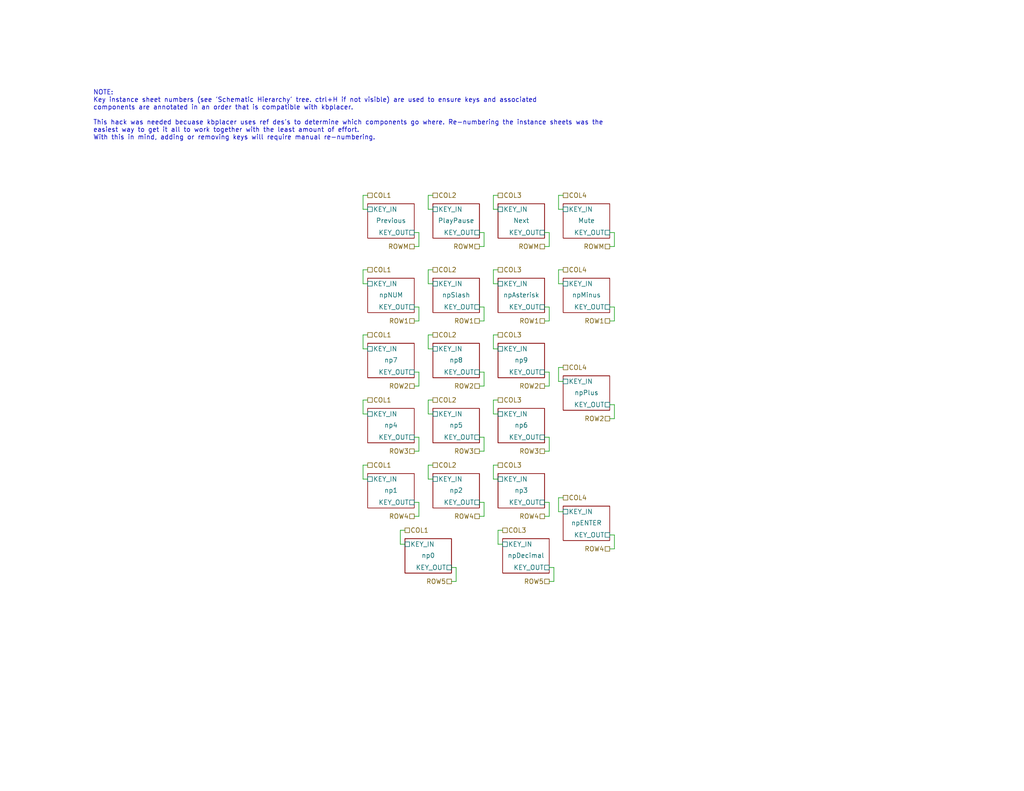
<source format=kicad_sch>
(kicad_sch
	(version 20250114)
	(generator "eeschema")
	(generator_version "9.0")
	(uuid "8769779b-8448-4c81-aa34-55e9d9d3b776")
	(paper "A")
	(lib_symbols)
	(text "NOTE:\nKey instance sheet numbers (see 'Schematic Hierarchy' tree. ctrl+H if not visible) are used to ensure keys and associated\ncomponents are annotated in an order that is compatible with kbplacer.\n\nThis hack was needed becuase kbplacer uses ref des's to determine which components go where. Re-numbering the instance sheets was the\neasiest way to get it all to work together with the least amount of effort.\nWith this in mind, adding or removing keys will require manual re-numbering."
		(exclude_from_sim no)
		(at 25.4 31.496 0)
		(effects
			(font
				(size 1.27 1.27)
			)
			(justify left)
		)
		(uuid "a2000e6a-a054-4083-934c-9c39e77dd2f9")
	)
	(wire
		(pts
			(xy 113.03 83.82) (xy 114.3 83.82)
		)
		(stroke
			(width 0)
			(type default)
		)
		(uuid "00989b3b-f71b-48dd-acd8-ef4629a57f87")
	)
	(wire
		(pts
			(xy 149.86 158.75) (xy 151.13 158.75)
		)
		(stroke
			(width 0)
			(type default)
		)
		(uuid "02bab4ce-99a0-41b2-9849-cb446f4459cc")
	)
	(wire
		(pts
			(xy 134.62 109.22) (xy 135.89 109.22)
		)
		(stroke
			(width 0)
			(type default)
		)
		(uuid "02c67c5a-0ebb-4c40-a538-3134e8173767")
	)
	(wire
		(pts
			(xy 152.4 57.15) (xy 152.4 53.34)
		)
		(stroke
			(width 0)
			(type default)
		)
		(uuid "02c83368-a02c-4a6b-ba44-f11eceabd559")
	)
	(wire
		(pts
			(xy 99.06 109.22) (xy 100.33 109.22)
		)
		(stroke
			(width 0)
			(type default)
		)
		(uuid "0446377a-3f06-4f4d-8c27-431ae575aaed")
	)
	(wire
		(pts
			(xy 152.4 139.7) (xy 152.4 135.89)
		)
		(stroke
			(width 0)
			(type default)
		)
		(uuid "052b787a-9605-462a-b7d0-36d2bc18178a")
	)
	(wire
		(pts
			(xy 99.06 95.25) (xy 99.06 91.44)
		)
		(stroke
			(width 0)
			(type default)
		)
		(uuid "055b2e27-a982-40cc-889c-5041c11293ce")
	)
	(wire
		(pts
			(xy 167.64 63.5) (xy 167.64 67.31)
		)
		(stroke
			(width 0)
			(type default)
		)
		(uuid "07eff223-f380-487b-adeb-c4ab34423caf")
	)
	(wire
		(pts
			(xy 166.37 63.5) (xy 167.64 63.5)
		)
		(stroke
			(width 0)
			(type default)
		)
		(uuid "09d5f2bd-96d2-467c-9488-0180b3264a77")
	)
	(wire
		(pts
			(xy 99.06 127) (xy 100.33 127)
		)
		(stroke
			(width 0)
			(type default)
		)
		(uuid "0a9358fe-c44d-49fb-96e5-8901524230b1")
	)
	(wire
		(pts
			(xy 166.37 67.31) (xy 167.64 67.31)
		)
		(stroke
			(width 0)
			(type default)
		)
		(uuid "0bde631e-1182-4e1b-a3dd-87daca1f9a6c")
	)
	(wire
		(pts
			(xy 149.86 119.38) (xy 149.86 123.19)
		)
		(stroke
			(width 0)
			(type default)
		)
		(uuid "0e1d6746-a794-4276-b16b-0bb39cf1a14d")
	)
	(wire
		(pts
			(xy 134.62 130.81) (xy 134.62 127)
		)
		(stroke
			(width 0)
			(type default)
		)
		(uuid "0e8409c3-8258-4221-babd-fb382bbe5366")
	)
	(wire
		(pts
			(xy 118.11 130.81) (xy 116.84 130.81)
		)
		(stroke
			(width 0)
			(type default)
		)
		(uuid "105f2825-66e0-48f8-8df2-2eaf5661cce7")
	)
	(wire
		(pts
			(xy 166.37 114.3) (xy 167.64 114.3)
		)
		(stroke
			(width 0)
			(type default)
		)
		(uuid "14b4297e-d94e-46ac-a2ed-bc55d15c23a0")
	)
	(wire
		(pts
			(xy 116.84 127) (xy 118.11 127)
		)
		(stroke
			(width 0)
			(type default)
		)
		(uuid "152d20db-b6e1-49be-8ec2-59bd2b7971ec")
	)
	(wire
		(pts
			(xy 124.46 154.94) (xy 124.46 158.75)
		)
		(stroke
			(width 0)
			(type default)
		)
		(uuid "16158a79-7023-40a4-97fe-b4b9d0e4e253")
	)
	(wire
		(pts
			(xy 114.3 119.38) (xy 114.3 123.19)
		)
		(stroke
			(width 0)
			(type default)
		)
		(uuid "18dce012-de31-4501-bd96-31e091ca780c")
	)
	(wire
		(pts
			(xy 153.67 139.7) (xy 152.4 139.7)
		)
		(stroke
			(width 0)
			(type default)
		)
		(uuid "1c4af473-f59c-4abc-8a8a-543d9906916b")
	)
	(wire
		(pts
			(xy 148.59 63.5) (xy 149.86 63.5)
		)
		(stroke
			(width 0)
			(type default)
		)
		(uuid "1ddbc14a-505a-451e-95d1-f08cebe4dfbe")
	)
	(wire
		(pts
			(xy 149.86 154.94) (xy 151.13 154.94)
		)
		(stroke
			(width 0)
			(type default)
		)
		(uuid "1e668d55-5e91-4847-9f99-ded557e96340")
	)
	(wire
		(pts
			(xy 148.59 119.38) (xy 149.86 119.38)
		)
		(stroke
			(width 0)
			(type default)
		)
		(uuid "1e6d6a53-a585-4656-b7eb-f4820a464aa8")
	)
	(wire
		(pts
			(xy 100.33 113.03) (xy 99.06 113.03)
		)
		(stroke
			(width 0)
			(type default)
		)
		(uuid "2245e812-0b62-4ece-823f-3fce027fc55a")
	)
	(wire
		(pts
			(xy 114.3 63.5) (xy 114.3 67.31)
		)
		(stroke
			(width 0)
			(type default)
		)
		(uuid "242e9a42-7ef7-4cc2-b5bd-cd36ec8d3a97")
	)
	(wire
		(pts
			(xy 151.13 154.94) (xy 151.13 158.75)
		)
		(stroke
			(width 0)
			(type default)
		)
		(uuid "2555843d-afcb-4f38-8bb7-67caf6df3504")
	)
	(wire
		(pts
			(xy 134.62 95.25) (xy 134.62 91.44)
		)
		(stroke
			(width 0)
			(type default)
		)
		(uuid "27bcf50f-e26a-472c-a220-c3f40cc9bb79")
	)
	(wire
		(pts
			(xy 152.4 53.34) (xy 153.67 53.34)
		)
		(stroke
			(width 0)
			(type default)
		)
		(uuid "2aa772fe-5f1b-4e3b-8751-f34c8a64ec84")
	)
	(wire
		(pts
			(xy 100.33 77.47) (xy 99.06 77.47)
		)
		(stroke
			(width 0)
			(type default)
		)
		(uuid "3085b899-724b-452a-93dd-adbe360baa37")
	)
	(wire
		(pts
			(xy 116.84 53.34) (xy 118.11 53.34)
		)
		(stroke
			(width 0)
			(type default)
		)
		(uuid "3230bc6d-efa1-4784-865e-e182194996d6")
	)
	(wire
		(pts
			(xy 123.19 154.94) (xy 124.46 154.94)
		)
		(stroke
			(width 0)
			(type default)
		)
		(uuid "3916d3dc-9175-48cf-aeb1-aeee2f1e40ce")
	)
	(wire
		(pts
			(xy 166.37 146.05) (xy 167.64 146.05)
		)
		(stroke
			(width 0)
			(type default)
		)
		(uuid "3efbc6e8-c0aa-49be-a4a6-20e598c493f2")
	)
	(wire
		(pts
			(xy 149.86 63.5) (xy 149.86 67.31)
		)
		(stroke
			(width 0)
			(type default)
		)
		(uuid "409d5272-2e25-444d-ab20-2237d56fd75e")
	)
	(wire
		(pts
			(xy 148.59 83.82) (xy 149.86 83.82)
		)
		(stroke
			(width 0)
			(type default)
		)
		(uuid "420aafed-e248-46f9-b70c-19b53f4dcf1d")
	)
	(wire
		(pts
			(xy 113.03 101.6) (xy 114.3 101.6)
		)
		(stroke
			(width 0)
			(type default)
		)
		(uuid "4350ccbe-4baf-4d1b-90bb-e61d9710144a")
	)
	(wire
		(pts
			(xy 113.03 137.16) (xy 114.3 137.16)
		)
		(stroke
			(width 0)
			(type default)
		)
		(uuid "44950887-29fa-4401-8490-91fddf652cb3")
	)
	(wire
		(pts
			(xy 135.89 57.15) (xy 134.62 57.15)
		)
		(stroke
			(width 0)
			(type default)
		)
		(uuid "4588a28c-96c5-49f8-826b-71b21e45555c")
	)
	(wire
		(pts
			(xy 99.06 113.03) (xy 99.06 109.22)
		)
		(stroke
			(width 0)
			(type default)
		)
		(uuid "47dfaa52-f90c-4ba1-9ec4-1a34af9a6b69")
	)
	(wire
		(pts
			(xy 130.81 83.82) (xy 132.08 83.82)
		)
		(stroke
			(width 0)
			(type default)
		)
		(uuid "4bda12e6-3b30-4103-824f-2978a18305ba")
	)
	(wire
		(pts
			(xy 116.84 77.47) (xy 116.84 73.66)
		)
		(stroke
			(width 0)
			(type default)
		)
		(uuid "4d763930-d67c-49a5-9997-16e2bd598675")
	)
	(wire
		(pts
			(xy 134.62 73.66) (xy 135.89 73.66)
		)
		(stroke
			(width 0)
			(type default)
		)
		(uuid "4e756324-831a-49d8-ac15-bf81727b8921")
	)
	(wire
		(pts
			(xy 113.03 63.5) (xy 114.3 63.5)
		)
		(stroke
			(width 0)
			(type default)
		)
		(uuid "4e8a811f-837d-4968-b93a-304ad8a431b0")
	)
	(wire
		(pts
			(xy 134.62 91.44) (xy 135.89 91.44)
		)
		(stroke
			(width 0)
			(type default)
		)
		(uuid "4e9e39e2-efba-410b-bc8a-373682f9b582")
	)
	(wire
		(pts
			(xy 134.62 53.34) (xy 135.89 53.34)
		)
		(stroke
			(width 0)
			(type default)
		)
		(uuid "51b2920d-3bd0-4755-98ff-ddc03934c0a9")
	)
	(wire
		(pts
			(xy 116.84 57.15) (xy 116.84 53.34)
		)
		(stroke
			(width 0)
			(type default)
		)
		(uuid "54cdf3a5-a89f-48c4-b431-8811de9047a2")
	)
	(wire
		(pts
			(xy 148.59 123.19) (xy 149.86 123.19)
		)
		(stroke
			(width 0)
			(type default)
		)
		(uuid "56cfb619-51f0-4cb0-bcdc-64a5aa954d4a")
	)
	(wire
		(pts
			(xy 130.81 87.63) (xy 132.08 87.63)
		)
		(stroke
			(width 0)
			(type default)
		)
		(uuid "56ddad44-1bfb-412c-8799-4d0116bc0534")
	)
	(wire
		(pts
			(xy 166.37 83.82) (xy 167.64 83.82)
		)
		(stroke
			(width 0)
			(type default)
		)
		(uuid "57f6be8f-3b28-494e-b64b-635ccae6a362")
	)
	(wire
		(pts
			(xy 113.03 105.41) (xy 114.3 105.41)
		)
		(stroke
			(width 0)
			(type default)
		)
		(uuid "59526a76-88c2-42d8-aac1-2fa95e1cd4cb")
	)
	(wire
		(pts
			(xy 99.06 91.44) (xy 100.33 91.44)
		)
		(stroke
			(width 0)
			(type default)
		)
		(uuid "5c29d0ca-8dbc-4439-84bf-7def00335c1a")
	)
	(wire
		(pts
			(xy 132.08 63.5) (xy 132.08 67.31)
		)
		(stroke
			(width 0)
			(type default)
		)
		(uuid "5c3e57a1-a663-4546-8905-d17c9f9d713a")
	)
	(wire
		(pts
			(xy 132.08 137.16) (xy 132.08 140.97)
		)
		(stroke
			(width 0)
			(type default)
		)
		(uuid "5fb5010b-0b39-491a-9c05-dc0e30e3affc")
	)
	(wire
		(pts
			(xy 130.81 63.5) (xy 132.08 63.5)
		)
		(stroke
			(width 0)
			(type default)
		)
		(uuid "67caf02d-a733-4877-9bbb-c94a1944f1ff")
	)
	(wire
		(pts
			(xy 130.81 101.6) (xy 132.08 101.6)
		)
		(stroke
			(width 0)
			(type default)
		)
		(uuid "68010075-611f-4cb2-98bd-c41fdd102e14")
	)
	(wire
		(pts
			(xy 113.03 67.31) (xy 114.3 67.31)
		)
		(stroke
			(width 0)
			(type default)
		)
		(uuid "6a8bbe24-6faa-4cf3-84a0-1da8b3ab6688")
	)
	(wire
		(pts
			(xy 130.81 137.16) (xy 132.08 137.16)
		)
		(stroke
			(width 0)
			(type default)
		)
		(uuid "6d879054-c490-4c19-81f0-19eabeab5d6e")
	)
	(wire
		(pts
			(xy 148.59 87.63) (xy 149.86 87.63)
		)
		(stroke
			(width 0)
			(type default)
		)
		(uuid "70a39cdb-1d4d-4e5b-89c2-9bd36c734839")
	)
	(wire
		(pts
			(xy 118.11 113.03) (xy 116.84 113.03)
		)
		(stroke
			(width 0)
			(type default)
		)
		(uuid "746dcfbc-15a8-4ebf-a3d3-72498b292c27")
	)
	(wire
		(pts
			(xy 132.08 119.38) (xy 132.08 123.19)
		)
		(stroke
			(width 0)
			(type default)
		)
		(uuid "78d2b91c-1cc5-48c8-8a11-d80a2533a255")
	)
	(wire
		(pts
			(xy 130.81 123.19) (xy 132.08 123.19)
		)
		(stroke
			(width 0)
			(type default)
		)
		(uuid "79830c8b-7a78-47b0-bdde-cdfbef05d529")
	)
	(wire
		(pts
			(xy 114.3 137.16) (xy 114.3 140.97)
		)
		(stroke
			(width 0)
			(type default)
		)
		(uuid "79e16c04-9663-4d6e-a542-508f4bbd8692")
	)
	(wire
		(pts
			(xy 167.64 146.05) (xy 167.64 149.86)
		)
		(stroke
			(width 0)
			(type default)
		)
		(uuid "7a8d5bc1-c8b7-4c02-9328-0ac7bb92ef14")
	)
	(wire
		(pts
			(xy 118.11 77.47) (xy 116.84 77.47)
		)
		(stroke
			(width 0)
			(type default)
		)
		(uuid "7c869819-6e4f-4fc9-a168-380be034c3dc")
	)
	(wire
		(pts
			(xy 152.4 104.14) (xy 152.4 100.33)
		)
		(stroke
			(width 0)
			(type default)
		)
		(uuid "7cfe9ad4-ffa6-4aa7-a847-520388dbdb32")
	)
	(wire
		(pts
			(xy 135.89 130.81) (xy 134.62 130.81)
		)
		(stroke
			(width 0)
			(type default)
		)
		(uuid "8112ddd4-1ae3-4b38-90c4-1a8654fb48da")
	)
	(wire
		(pts
			(xy 149.86 137.16) (xy 149.86 140.97)
		)
		(stroke
			(width 0)
			(type default)
		)
		(uuid "852ba791-8c05-4938-ae54-7dad43dba7ca")
	)
	(wire
		(pts
			(xy 109.22 144.78) (xy 110.49 144.78)
		)
		(stroke
			(width 0)
			(type default)
		)
		(uuid "858fb43b-b973-4241-b00e-20ddf92a6840")
	)
	(wire
		(pts
			(xy 116.84 73.66) (xy 118.11 73.66)
		)
		(stroke
			(width 0)
			(type default)
		)
		(uuid "8d815cbe-1a33-4d2b-879f-b8d303c7d8b6")
	)
	(wire
		(pts
			(xy 114.3 83.82) (xy 114.3 87.63)
		)
		(stroke
			(width 0)
			(type default)
		)
		(uuid "8fae6de2-1add-4710-8841-f57f77905e9c")
	)
	(wire
		(pts
			(xy 99.06 77.47) (xy 99.06 73.66)
		)
		(stroke
			(width 0)
			(type default)
		)
		(uuid "96ad8d7c-838d-4c47-869a-5329586b7e7f")
	)
	(wire
		(pts
			(xy 134.62 127) (xy 135.89 127)
		)
		(stroke
			(width 0)
			(type default)
		)
		(uuid "9cb00965-19dc-4dd4-8364-5fd4c432dcb9")
	)
	(wire
		(pts
			(xy 113.03 119.38) (xy 114.3 119.38)
		)
		(stroke
			(width 0)
			(type default)
		)
		(uuid "9ccf5e07-3edd-4224-b857-a352f91f4b4a")
	)
	(wire
		(pts
			(xy 99.06 57.15) (xy 99.06 53.34)
		)
		(stroke
			(width 0)
			(type default)
		)
		(uuid "9daeb4a4-8845-4e24-a5c2-53adb301ccc9")
	)
	(wire
		(pts
			(xy 148.59 137.16) (xy 149.86 137.16)
		)
		(stroke
			(width 0)
			(type default)
		)
		(uuid "a2515b17-b352-4c7b-afe5-188a6309594b")
	)
	(wire
		(pts
			(xy 130.81 105.41) (xy 132.08 105.41)
		)
		(stroke
			(width 0)
			(type default)
		)
		(uuid "a3ea4bfa-19ca-497a-bedb-f561098f39ea")
	)
	(wire
		(pts
			(xy 153.67 77.47) (xy 152.4 77.47)
		)
		(stroke
			(width 0)
			(type default)
		)
		(uuid "a402fac9-4333-47d2-a852-ff562ac96549")
	)
	(wire
		(pts
			(xy 130.81 67.31) (xy 132.08 67.31)
		)
		(stroke
			(width 0)
			(type default)
		)
		(uuid "a41e1774-506e-4437-b2f3-66c5ed8ec7d3")
	)
	(wire
		(pts
			(xy 135.89 113.03) (xy 134.62 113.03)
		)
		(stroke
			(width 0)
			(type default)
		)
		(uuid "a4af3fc3-b30a-4b1a-9546-7186cd288ae6")
	)
	(wire
		(pts
			(xy 123.19 158.75) (xy 124.46 158.75)
		)
		(stroke
			(width 0)
			(type default)
		)
		(uuid "a52f3362-69c9-4981-8362-e6aee49926d6")
	)
	(wire
		(pts
			(xy 100.33 130.81) (xy 99.06 130.81)
		)
		(stroke
			(width 0)
			(type default)
		)
		(uuid "a5573a5a-1ac3-421b-b140-54d9a462173a")
	)
	(wire
		(pts
			(xy 134.62 57.15) (xy 134.62 53.34)
		)
		(stroke
			(width 0)
			(type default)
		)
		(uuid "a72c77c1-d42d-49f5-be98-1b458aa7cf75")
	)
	(wire
		(pts
			(xy 113.03 123.19) (xy 114.3 123.19)
		)
		(stroke
			(width 0)
			(type default)
		)
		(uuid "a7e48c89-0eb6-4240-a9af-6238b63e638a")
	)
	(wire
		(pts
			(xy 116.84 95.25) (xy 116.84 91.44)
		)
		(stroke
			(width 0)
			(type default)
		)
		(uuid "aa4be3be-28b3-402b-bf1c-ae18bf6c68ba")
	)
	(wire
		(pts
			(xy 149.86 83.82) (xy 149.86 87.63)
		)
		(stroke
			(width 0)
			(type default)
		)
		(uuid "ad98978a-17f0-4e16-a32c-b5d58c44a368")
	)
	(wire
		(pts
			(xy 116.84 130.81) (xy 116.84 127)
		)
		(stroke
			(width 0)
			(type default)
		)
		(uuid "ae5855ed-497b-4746-ae69-76c9d3be1312")
	)
	(wire
		(pts
			(xy 166.37 110.49) (xy 167.64 110.49)
		)
		(stroke
			(width 0)
			(type default)
		)
		(uuid "aee7d424-709f-4af6-8c84-ddd5ed043e45")
	)
	(wire
		(pts
			(xy 148.59 67.31) (xy 149.86 67.31)
		)
		(stroke
			(width 0)
			(type default)
		)
		(uuid "afa2a577-b5ff-449a-8aee-194c87890e87")
	)
	(wire
		(pts
			(xy 152.4 100.33) (xy 153.67 100.33)
		)
		(stroke
			(width 0)
			(type default)
		)
		(uuid "b0946047-6bc9-41db-bb87-7591100a7a2b")
	)
	(wire
		(pts
			(xy 132.08 101.6) (xy 132.08 105.41)
		)
		(stroke
			(width 0)
			(type default)
		)
		(uuid "b0aa5ee6-4569-4982-b43d-69be577d2370")
	)
	(wire
		(pts
			(xy 135.89 77.47) (xy 134.62 77.47)
		)
		(stroke
			(width 0)
			(type default)
		)
		(uuid "b54e7860-520b-4ec2-a247-9d853a0a39c3")
	)
	(wire
		(pts
			(xy 148.59 101.6) (xy 149.86 101.6)
		)
		(stroke
			(width 0)
			(type default)
		)
		(uuid "b5d8af4e-8911-4027-95e4-2183388798bb")
	)
	(wire
		(pts
			(xy 130.81 119.38) (xy 132.08 119.38)
		)
		(stroke
			(width 0)
			(type default)
		)
		(uuid "b6f93256-f974-4f54-b551-107b821dc0e4")
	)
	(wire
		(pts
			(xy 152.4 135.89) (xy 153.67 135.89)
		)
		(stroke
			(width 0)
			(type default)
		)
		(uuid "b7992b3d-c0f7-4808-a3ae-5508b5cd0834")
	)
	(wire
		(pts
			(xy 100.33 95.25) (xy 99.06 95.25)
		)
		(stroke
			(width 0)
			(type default)
		)
		(uuid "b82f30c6-0118-4aa3-82e2-d39596fa73c6")
	)
	(wire
		(pts
			(xy 167.64 83.82) (xy 167.64 87.63)
		)
		(stroke
			(width 0)
			(type default)
		)
		(uuid "bec6dd45-0959-427a-aff3-141875747207")
	)
	(wire
		(pts
			(xy 167.64 110.49) (xy 167.64 114.3)
		)
		(stroke
			(width 0)
			(type default)
		)
		(uuid "c0d1343c-dc22-4e68-a679-e958cba4908d")
	)
	(wire
		(pts
			(xy 166.37 149.86) (xy 167.64 149.86)
		)
		(stroke
			(width 0)
			(type default)
		)
		(uuid "ca017876-9bae-406c-8ca2-5be6d368aa81")
	)
	(wire
		(pts
			(xy 100.33 57.15) (xy 99.06 57.15)
		)
		(stroke
			(width 0)
			(type default)
		)
		(uuid "cb1d3ac6-122b-4b43-89ba-348542af04d0")
	)
	(wire
		(pts
			(xy 166.37 87.63) (xy 167.64 87.63)
		)
		(stroke
			(width 0)
			(type default)
		)
		(uuid "cd6c6591-a13c-440d-82d2-5b88dc91fa53")
	)
	(wire
		(pts
			(xy 113.03 140.97) (xy 114.3 140.97)
		)
		(stroke
			(width 0)
			(type default)
		)
		(uuid "d111f02f-d955-4651-963e-8ec169704916")
	)
	(wire
		(pts
			(xy 153.67 104.14) (xy 152.4 104.14)
		)
		(stroke
			(width 0)
			(type default)
		)
		(uuid "d271112b-5583-44d4-a5d1-2bf7bac9f1b6")
	)
	(wire
		(pts
			(xy 99.06 130.81) (xy 99.06 127)
		)
		(stroke
			(width 0)
			(type default)
		)
		(uuid "d38b9a64-987f-40a8-ad30-591c82561110")
	)
	(wire
		(pts
			(xy 114.3 101.6) (xy 114.3 105.41)
		)
		(stroke
			(width 0)
			(type default)
		)
		(uuid "d63eb0ac-036c-46b7-bdff-9368af34f71c")
	)
	(wire
		(pts
			(xy 134.62 77.47) (xy 134.62 73.66)
		)
		(stroke
			(width 0)
			(type default)
		)
		(uuid "d8510b1e-900d-422e-8b1a-3c5cccab0e42")
	)
	(wire
		(pts
			(xy 116.84 113.03) (xy 116.84 109.22)
		)
		(stroke
			(width 0)
			(type default)
		)
		(uuid "d9ed34dc-cf85-44ec-9ed4-10d9907b1f5c")
	)
	(wire
		(pts
			(xy 152.4 73.66) (xy 153.67 73.66)
		)
		(stroke
			(width 0)
			(type default)
		)
		(uuid "de3047c4-2e01-4b34-aa31-4475c9fd6916")
	)
	(wire
		(pts
			(xy 118.11 57.15) (xy 116.84 57.15)
		)
		(stroke
			(width 0)
			(type default)
		)
		(uuid "de8aeaae-27a9-4d10-8a1d-d76e4b86c39d")
	)
	(wire
		(pts
			(xy 135.89 95.25) (xy 134.62 95.25)
		)
		(stroke
			(width 0)
			(type default)
		)
		(uuid "dff35e62-8904-432f-ab8a-467f5463f532")
	)
	(wire
		(pts
			(xy 130.81 140.97) (xy 132.08 140.97)
		)
		(stroke
			(width 0)
			(type default)
		)
		(uuid "e01debe6-8340-4cae-bd10-929557177e1d")
	)
	(wire
		(pts
			(xy 116.84 109.22) (xy 118.11 109.22)
		)
		(stroke
			(width 0)
			(type default)
		)
		(uuid "e0429c62-4b68-416e-96fe-2d9752c2141a")
	)
	(wire
		(pts
			(xy 110.49 148.59) (xy 109.22 148.59)
		)
		(stroke
			(width 0)
			(type default)
		)
		(uuid "e06939ba-2a5c-4343-8655-007b1b0e3a3c")
	)
	(wire
		(pts
			(xy 137.16 148.59) (xy 135.89 148.59)
		)
		(stroke
			(width 0)
			(type default)
		)
		(uuid "e7227f0e-b4b4-4f1b-88a1-8b1b54e62de4")
	)
	(wire
		(pts
			(xy 152.4 77.47) (xy 152.4 73.66)
		)
		(stroke
			(width 0)
			(type default)
		)
		(uuid "e7aee89a-aa9b-4a06-b2cd-c741e270425f")
	)
	(wire
		(pts
			(xy 113.03 87.63) (xy 114.3 87.63)
		)
		(stroke
			(width 0)
			(type default)
		)
		(uuid "ea365d45-cd9e-4243-994d-5d9e514b11ed")
	)
	(wire
		(pts
			(xy 135.89 144.78) (xy 137.16 144.78)
		)
		(stroke
			(width 0)
			(type default)
		)
		(uuid "ec2e49e1-9b81-445e-9bf5-7a8a007ae646")
	)
	(wire
		(pts
			(xy 134.62 113.03) (xy 134.62 109.22)
		)
		(stroke
			(width 0)
			(type default)
		)
		(uuid "ed7f4fd6-92ff-4845-934c-255e31f47cfb")
	)
	(wire
		(pts
			(xy 153.67 57.15) (xy 152.4 57.15)
		)
		(stroke
			(width 0)
			(type default)
		)
		(uuid "f200e13a-4cf7-4fef-89a8-abbcede93355")
	)
	(wire
		(pts
			(xy 149.86 101.6) (xy 149.86 105.41)
		)
		(stroke
			(width 0)
			(type default)
		)
		(uuid "f3490e73-6158-4d45-a434-08615b27fd89")
	)
	(wire
		(pts
			(xy 132.08 83.82) (xy 132.08 87.63)
		)
		(stroke
			(width 0)
			(type default)
		)
		(uuid "f49aeae8-d378-4a1f-8db4-319133322510")
	)
	(wire
		(pts
			(xy 148.59 140.97) (xy 149.86 140.97)
		)
		(stroke
			(width 0)
			(type default)
		)
		(uuid "f511e76f-9da3-43bb-aa7e-0485608c354b")
	)
	(wire
		(pts
			(xy 148.59 105.41) (xy 149.86 105.41)
		)
		(stroke
			(width 0)
			(type default)
		)
		(uuid "f5e5db32-6c66-42bb-b701-a1956342945d")
	)
	(wire
		(pts
			(xy 109.22 148.59) (xy 109.22 144.78)
		)
		(stroke
			(width 0)
			(type default)
		)
		(uuid "f5f885fb-0b13-4dd9-86b2-2237d7ba91e6")
	)
	(wire
		(pts
			(xy 99.06 53.34) (xy 100.33 53.34)
		)
		(stroke
			(width 0)
			(type default)
		)
		(uuid "f67b2ccd-30dc-49e4-b0dc-6aedc5f811f3")
	)
	(wire
		(pts
			(xy 118.11 95.25) (xy 116.84 95.25)
		)
		(stroke
			(width 0)
			(type default)
		)
		(uuid "f8e7e0c4-b73d-4799-8c51-bbcfa4b3a1c8")
	)
	(wire
		(pts
			(xy 116.84 91.44) (xy 118.11 91.44)
		)
		(stroke
			(width 0)
			(type default)
		)
		(uuid "fb8c3b09-ed33-49d0-85ce-02dbc0dccc8e")
	)
	(wire
		(pts
			(xy 135.89 148.59) (xy 135.89 144.78)
		)
		(stroke
			(width 0)
			(type default)
		)
		(uuid "fbcfbb5a-0a85-4f52-9e08-bc5183984dfc")
	)
	(wire
		(pts
			(xy 99.06 73.66) (xy 100.33 73.66)
		)
		(stroke
			(width 0)
			(type default)
		)
		(uuid "fd971b6f-0b98-4461-8355-7384db4ccc89")
	)
	(hierarchical_label "COL2"
		(shape passive)
		(at 118.11 109.22 0)
		(effects
			(font
				(size 1.27 1.27)
			)
			(justify left)
		)
		(uuid "00064b26-3800-47c9-8bb5-c76c3baccedd")
	)
	(hierarchical_label "ROW1"
		(shape passive)
		(at 166.37 87.63 180)
		(effects
			(font
				(size 1.27 1.27)
			)
			(justify right)
		)
		(uuid "155c54c4-e47a-48c8-aa01-a9d407db38b5")
	)
	(hierarchical_label "COL4"
		(shape passive)
		(at 153.67 135.89 0)
		(effects
			(font
				(size 1.27 1.27)
			)
			(justify left)
		)
		(uuid "208ca8cc-d615-4b9d-b8e4-da9dc8632178")
	)
	(hierarchical_label "COL3"
		(shape passive)
		(at 135.89 91.44 0)
		(effects
			(font
				(size 1.27 1.27)
			)
			(justify left)
		)
		(uuid "224405b3-ba77-4114-a44e-36de3a429605")
	)
	(hierarchical_label "ROW5"
		(shape passive)
		(at 123.19 158.75 180)
		(effects
			(font
				(size 1.27 1.27)
			)
			(justify right)
		)
		(uuid "238b4873-199a-429d-b4d6-133bda9f94dd")
	)
	(hierarchical_label "COL1"
		(shape passive)
		(at 100.33 73.66 0)
		(effects
			(font
				(size 1.27 1.27)
			)
			(justify left)
		)
		(uuid "2f21a60a-00e7-4877-9159-19addf4b8606")
	)
	(hierarchical_label "ROW4"
		(shape passive)
		(at 113.03 140.97 180)
		(effects
			(font
				(size 1.27 1.27)
			)
			(justify right)
		)
		(uuid "3395061b-5944-4046-9afd-9f1d843b9555")
	)
	(hierarchical_label "ROW4"
		(shape passive)
		(at 148.59 140.97 180)
		(effects
			(font
				(size 1.27 1.27)
			)
			(justify right)
		)
		(uuid "3996ec13-844f-4c99-b443-20e85a76c92d")
	)
	(hierarchical_label "ROWM"
		(shape passive)
		(at 130.81 67.31 180)
		(effects
			(font
				(size 1.27 1.27)
			)
			(justify right)
		)
		(uuid "4fc35881-2186-42b7-992b-ba1b1812d78b")
	)
	(hierarchical_label "COL4"
		(shape passive)
		(at 153.67 73.66 0)
		(effects
			(font
				(size 1.27 1.27)
			)
			(justify left)
		)
		(uuid "509c8549-0da8-4fc3-b223-361dfe0b9c7d")
	)
	(hierarchical_label "ROW5"
		(shape passive)
		(at 149.86 158.75 180)
		(effects
			(font
				(size 1.27 1.27)
			)
			(justify right)
		)
		(uuid "51985ef9-223b-4218-a0e9-ff930ee33195")
	)
	(hierarchical_label "ROW3"
		(shape passive)
		(at 148.59 123.19 180)
		(effects
			(font
				(size 1.27 1.27)
			)
			(justify right)
		)
		(uuid "56a22fef-5680-491a-a0c7-b8d7ba136820")
	)
	(hierarchical_label "ROW2"
		(shape passive)
		(at 148.59 105.41 180)
		(effects
			(font
				(size 1.27 1.27)
			)
			(justify right)
		)
		(uuid "58d627da-7fb3-45a1-a4a8-b6d782e5eeea")
	)
	(hierarchical_label "COL3"
		(shape passive)
		(at 137.16 144.78 0)
		(effects
			(font
				(size 1.27 1.27)
			)
			(justify left)
		)
		(uuid "5a97a16f-f3d4-4612-95a2-37120ee01c4f")
	)
	(hierarchical_label "ROW3"
		(shape passive)
		(at 113.03 123.19 180)
		(effects
			(font
				(size 1.27 1.27)
			)
			(justify right)
		)
		(uuid "5f9095c7-91a6-4713-b248-86a7a20969b1")
	)
	(hierarchical_label "ROW2"
		(shape passive)
		(at 113.03 105.41 180)
		(effects
			(font
				(size 1.27 1.27)
			)
			(justify right)
		)
		(uuid "62e6bd8c-8385-495d-88de-e79a56e92173")
	)
	(hierarchical_label "COL1"
		(shape passive)
		(at 100.33 109.22 0)
		(effects
			(font
				(size 1.27 1.27)
			)
			(justify left)
		)
		(uuid "6746cf38-b0ae-40f3-8e99-fa7c259f863c")
	)
	(hierarchical_label "COL1"
		(shape passive)
		(at 100.33 127 0)
		(effects
			(font
				(size 1.27 1.27)
			)
			(justify left)
		)
		(uuid "693203b6-5274-4440-b81d-5f54bbe149e4")
	)
	(hierarchical_label "COL2"
		(shape passive)
		(at 118.11 73.66 0)
		(effects
			(font
				(size 1.27 1.27)
			)
			(justify left)
		)
		(uuid "7c09a9e2-3afc-4335-bcb8-3837d990f09d")
	)
	(hierarchical_label "COL3"
		(shape passive)
		(at 135.89 109.22 0)
		(effects
			(font
				(size 1.27 1.27)
			)
			(justify left)
		)
		(uuid "7dd33790-bf64-4f75-9d90-b61f2617f7e5")
	)
	(hierarchical_label "ROW4"
		(shape passive)
		(at 166.37 149.86 180)
		(effects
			(font
				(size 1.27 1.27)
			)
			(justify right)
		)
		(uuid "8533b6c0-93df-4ae9-ae2c-5956843ed086")
	)
	(hierarchical_label "ROW1"
		(shape passive)
		(at 113.03 87.63 180)
		(effects
			(font
				(size 1.27 1.27)
			)
			(justify right)
		)
		(uuid "88530987-8be9-4dd9-8254-9dcc5e8ffc7b")
	)
	(hierarchical_label "COL4"
		(shape passive)
		(at 153.67 100.33 0)
		(effects
			(font
				(size 1.27 1.27)
			)
			(justify left)
		)
		(uuid "8b97056e-b214-4263-a439-b73523c32941")
	)
	(hierarchical_label "ROWM"
		(shape passive)
		(at 148.59 67.31 180)
		(effects
			(font
				(size 1.27 1.27)
			)
			(justify right)
		)
		(uuid "9915392d-5f5f-4272-841c-8a0ef576f0ec")
	)
	(hierarchical_label "ROW1"
		(shape passive)
		(at 130.81 87.63 180)
		(effects
			(font
				(size 1.27 1.27)
			)
			(justify right)
		)
		(uuid "9a63a037-5cc0-470a-bfe1-95cda542e5d1")
	)
	(hierarchical_label "ROW2"
		(shape passive)
		(at 130.81 105.41 180)
		(effects
			(font
				(size 1.27 1.27)
			)
			(justify right)
		)
		(uuid "9a78cecc-69c9-4933-8431-b25f86970eea")
	)
	(hierarchical_label "COL2"
		(shape passive)
		(at 118.11 91.44 0)
		(effects
			(font
				(size 1.27 1.27)
			)
			(justify left)
		)
		(uuid "9e253a59-e120-4e7a-975c-8085dc9e846a")
	)
	(hierarchical_label "COL2"
		(shape passive)
		(at 118.11 127 0)
		(effects
			(font
				(size 1.27 1.27)
			)
			(justify left)
		)
		(uuid "a12a76ab-3cb8-4c11-809f-64eb961d2b18")
	)
	(hierarchical_label "COL2"
		(shape passive)
		(at 118.11 53.34 0)
		(effects
			(font
				(size 1.27 1.27)
			)
			(justify left)
		)
		(uuid "a8a5800f-bcc0-4049-bf95-3ec7471d28e2")
	)
	(hierarchical_label "COL1"
		(shape passive)
		(at 100.33 53.34 0)
		(effects
			(font
				(size 1.27 1.27)
			)
			(justify left)
		)
		(uuid "b06a7df8-36b8-4cef-ae14-88cbc7376c90")
	)
	(hierarchical_label "COL3"
		(shape passive)
		(at 135.89 73.66 0)
		(effects
			(font
				(size 1.27 1.27)
			)
			(justify left)
		)
		(uuid "b210a441-90fa-4d50-81d5-196d9927cbd6")
	)
	(hierarchical_label "ROW1"
		(shape passive)
		(at 148.59 87.63 180)
		(effects
			(font
				(size 1.27 1.27)
			)
			(justify right)
		)
		(uuid "bcd53bc2-78c9-4812-b1dc-e1af01e75304")
	)
	(hierarchical_label "COL3"
		(shape passive)
		(at 135.89 127 0)
		(effects
			(font
				(size 1.27 1.27)
			)
			(justify left)
		)
		(uuid "c68b80be-6629-408c-8d24-2c234a38c4ed")
	)
	(hierarchical_label "COL3"
		(shape passive)
		(at 135.89 53.34 0)
		(effects
			(font
				(size 1.27 1.27)
			)
			(justify left)
		)
		(uuid "ce4f87fa-6641-4cb4-8748-0da894c3e5d5")
	)
	(hierarchical_label "COL1"
		(shape passive)
		(at 110.49 144.78 0)
		(effects
			(font
				(size 1.27 1.27)
			)
			(justify left)
		)
		(uuid "cf362138-5286-42f4-bb01-8cb91e022ec4")
	)
	(hierarchical_label "ROWM"
		(shape passive)
		(at 113.03 67.31 180)
		(effects
			(font
				(size 1.27 1.27)
			)
			(justify right)
		)
		(uuid "cfc149a4-7ad0-4c54-9fbb-78eadec79e5d")
	)
	(hierarchical_label "ROWM"
		(shape passive)
		(at 166.37 67.31 180)
		(effects
			(font
				(size 1.27 1.27)
			)
			(justify right)
		)
		(uuid "d2ef0efc-5f29-401d-95fd-19b85238225c")
	)
	(hierarchical_label "COL1"
		(shape passive)
		(at 100.33 91.44 0)
		(effects
			(font
				(size 1.27 1.27)
			)
			(justify left)
		)
		(uuid "d6ae64da-9fd5-4e09-b772-dc727f72064f")
	)
	(hierarchical_label "COL4"
		(shape passive)
		(at 153.67 53.34 0)
		(effects
			(font
				(size 1.27 1.27)
			)
			(justify left)
		)
		(uuid "dd246ea2-918c-4dee-94cb-9eeb4e6fc4d0")
	)
	(hierarchical_label "ROW2"
		(shape passive)
		(at 166.37 114.3 180)
		(effects
			(font
				(size 1.27 1.27)
			)
			(justify right)
		)
		(uuid "e13a7705-c0de-45cf-8bcc-77be66f783d4")
	)
	(hierarchical_label "ROW4"
		(shape passive)
		(at 130.81 140.97 180)
		(effects
			(font
				(size 1.27 1.27)
			)
			(justify right)
		)
		(uuid "f0a87080-f7c9-498d-985b-e7c94829fe37")
	)
	(hierarchical_label "ROW3"
		(shape passive)
		(at 130.81 123.19 180)
		(effects
			(font
				(size 1.27 1.27)
			)
			(justify right)
		)
		(uuid "f2085ca6-f025-41b5-8421-377b1856df1c")
	)
	(sheet
		(at 100.33 75.946)
		(size 12.7 9.398)
		(exclude_from_sim no)
		(in_bom yes)
		(on_board yes)
		(dnp no)
		(stroke
			(width 0.1524)
			(type solid)
		)
		(fill
			(color 0 0 0 0.0000)
		)
		(uuid "0b15c55a-ec07-4bce-a3e3-51fe2084c62d")
		(property "Sheetname" "npNUM"
			(at 106.68 81.28 0)
			(effects
				(font
					(size 1.27 1.27)
				)
				(justify bottom)
			)
		)
		(property "Sheetfile" "key.kicad_sch"
			(at 100.33 87.9606 0)
			(effects
				(font
					(size 1.27 1.27)
				)
				(justify left top)
				(hide yes)
			)
		)
		(pin "KEY_IN" passive
			(at 100.33 77.47 180)
			(uuid "4fdfba33-78bf-43ef-b2c7-9c76ba68c92a")
			(effects
				(font
					(size 1.27 1.27)
				)
				(justify left)
			)
		)
		(pin "KEY_OUT" passive
			(at 113.03 83.82 0)
			(uuid "e77a96c4-af6b-4d3d-87cc-b24dc681875a")
			(effects
				(font
					(size 1.27 1.27)
				)
				(justify right)
			)
		)
		(instances
			(project ""
				(path "/e04399ab-64f4-4bd2-9c64-ad9a16789924"
					(page "#")
				)
			)
			(project "dev-board"
				(path "/ef112b03-6536-453f-8127-17d1495b48aa/e04399ab-64f4-4bd2-9c64-ad9a16789924"
					(page "2")
				)
			)
		)
	)
	(sheet
		(at 135.89 111.506)
		(size 12.7 9.398)
		(exclude_from_sim no)
		(in_bom yes)
		(on_board yes)
		(dnp no)
		(stroke
			(width 0.1524)
			(type solid)
		)
		(fill
			(color 0 0 0 0.0000)
		)
		(uuid "16aaabb2-4c91-4ec1-9c9c-1ad00fe6ffa7")
		(property "Sheetname" "np6"
			(at 142.24 116.84 0)
			(effects
				(font
					(size 1.27 1.27)
				)
				(justify bottom)
			)
		)
		(property "Sheetfile" "key.kicad_sch"
			(at 135.89 123.5206 0)
			(effects
				(font
					(size 1.27 1.27)
				)
				(justify left top)
				(hide yes)
			)
		)
		(pin "KEY_IN" passive
			(at 135.89 113.03 180)
			(uuid "b818eb98-6df5-4a0f-96ff-81667587bf7b")
			(effects
				(font
					(size 1.27 1.27)
				)
				(justify left)
			)
		)
		(pin "KEY_OUT" passive
			(at 148.59 119.38 0)
			(uuid "89213c3f-d9bb-47c6-b503-7e9a5f6eb522")
			(effects
				(font
					(size 1.27 1.27)
				)
				(justify right)
			)
		)
		(instances
			(project ""
				(path "/e04399ab-64f4-4bd2-9c64-ad9a16789924"
					(page "#")
				)
			)
			(project "dev-board"
				(path "/ef112b03-6536-453f-8127-17d1495b48aa/e04399ab-64f4-4bd2-9c64-ad9a16789924"
					(page "15")
				)
			)
		)
	)
	(sheet
		(at 118.11 93.726)
		(size 12.7 9.398)
		(exclude_from_sim no)
		(in_bom yes)
		(on_board yes)
		(dnp no)
		(stroke
			(width 0.1524)
			(type solid)
		)
		(fill
			(color 0 0 0 0.0000)
		)
		(uuid "2b99f8ec-ba17-4f79-885e-33f9c4c0b117")
		(property "Sheetname" "np8"
			(at 124.46 99.06 0)
			(effects
				(font
					(size 1.27 1.27)
				)
				(justify bottom)
			)
		)
		(property "Sheetfile" "key.kicad_sch"
			(at 118.11 105.7406 0)
			(effects
				(font
					(size 1.27 1.27)
				)
				(justify left top)
				(hide yes)
			)
		)
		(pin "KEY_IN" passive
			(at 118.11 95.25 180)
			(uuid "0dc19fd2-8fab-4a4a-a905-ca7deeccae11")
			(effects
				(font
					(size 1.27 1.27)
				)
				(justify left)
			)
		)
		(pin "KEY_OUT" passive
			(at 130.81 101.6 0)
			(uuid "4936bbea-6c8c-4550-ac4c-3a4cd2880eb0")
			(effects
				(font
					(size 1.27 1.27)
				)
				(justify right)
			)
		)
		(instances
			(project ""
				(path "/e04399ab-64f4-4bd2-9c64-ad9a16789924"
					(page "#")
				)
			)
			(project "dev-board"
				(path "/ef112b03-6536-453f-8127-17d1495b48aa/e04399ab-64f4-4bd2-9c64-ad9a16789924"
					(page "9")
				)
			)
		)
	)
	(sheet
		(at 137.16 147.066)
		(size 12.7 9.398)
		(exclude_from_sim no)
		(in_bom yes)
		(on_board yes)
		(dnp no)
		(stroke
			(width 0.1524)
			(type solid)
		)
		(fill
			(color 0 0 0 0.0000)
		)
		(uuid "2cfed045-2ffb-41cc-ab6d-b56bd88b9520")
		(property "Sheetname" "npDecimal"
			(at 143.51 152.4 0)
			(effects
				(font
					(size 1.27 1.27)
				)
				(justify bottom)
			)
		)
		(property "Sheetfile" "key.kicad_sch"
			(at 137.16 159.0806 0)
			(effects
				(font
					(size 1.27 1.27)
				)
				(justify left top)
				(hide yes)
			)
		)
		(pin "KEY_IN" passive
			(at 137.16 148.59 180)
			(uuid "e2a0fc1a-46ad-4144-aeb9-c9acca93cc6e")
			(effects
				(font
					(size 1.27 1.27)
				)
				(justify left)
			)
		)
		(pin "KEY_OUT" passive
			(at 149.86 154.94 0)
			(uuid "e219391e-f5bd-4c9f-935d-e541440ffa7a")
			(effects
				(font
					(size 1.27 1.27)
				)
				(justify right)
			)
		)
		(instances
			(project ""
				(path "/e04399ab-64f4-4bd2-9c64-ad9a16789924"
					(page "#")
				)
			)
			(project "dev-board"
				(path "/ef112b03-6536-453f-8127-17d1495b48aa/e04399ab-64f4-4bd2-9c64-ad9a16789924"
					(page "17")
				)
			)
		)
	)
	(sheet
		(at 100.33 55.626)
		(size 12.7 9.398)
		(exclude_from_sim no)
		(in_bom yes)
		(on_board yes)
		(dnp no)
		(stroke
			(width 0.1524)
			(type solid)
		)
		(fill
			(color 0 0 0 0.0000)
		)
		(uuid "3682f724-e4d4-4e76-84ac-85ac9ea120c9")
		(property "Sheetname" "Previous"
			(at 106.68 60.96 0)
			(effects
				(font
					(size 1.27 1.27)
				)
				(justify bottom)
			)
		)
		(property "Sheetfile" "key-mem.kicad_sch"
			(at 100.33 67.6406 0)
			(effects
				(font
					(size 1.27 1.27)
				)
				(justify left top)
				(hide yes)
			)
		)
		(pin "KEY_IN" passive
			(at 100.33 57.15 180)
			(uuid "10467e31-3412-4e6e-a3c5-f651eef1bca5")
			(effects
				(font
					(size 1.27 1.27)
				)
				(justify left)
			)
		)
		(pin "KEY_OUT" passive
			(at 113.03 63.5 0)
			(uuid "8d759c7c-2b53-4119-87fd-e2eb32b712b3")
			(effects
				(font
					(size 1.27 1.27)
				)
				(justify right)
			)
		)
		(instances
			(project ""
				(path "/e04399ab-64f4-4bd2-9c64-ad9a16789924"
					(page "#")
				)
			)
			(project "dev-board"
				(path "/ef112b03-6536-453f-8127-17d1495b48aa/e04399ab-64f4-4bd2-9c64-ad9a16789924"
					(page "1")
				)
			)
		)
	)
	(sheet
		(at 118.11 129.286)
		(size 12.7 9.398)
		(exclude_from_sim no)
		(in_bom yes)
		(on_board yes)
		(dnp no)
		(stroke
			(width 0.1524)
			(type solid)
		)
		(fill
			(color 0 0 0 0.0000)
		)
		(uuid "39848948-a619-4c2f-b40c-cf5e0b3c7b00")
		(property "Sheetname" "np2"
			(at 124.46 134.62 0)
			(effects
				(font
					(size 1.27 1.27)
				)
				(justify bottom)
			)
		)
		(property "Sheetfile" "key.kicad_sch"
			(at 118.11 141.3006 0)
			(effects
				(font
					(size 1.27 1.27)
				)
				(justify left top)
				(hide yes)
			)
		)
		(pin "KEY_IN" passive
			(at 118.11 130.81 180)
			(uuid "a7556a78-a13e-4457-ab8c-604041c64cd0")
			(effects
				(font
					(size 1.27 1.27)
				)
				(justify left)
			)
		)
		(pin "KEY_OUT" passive
			(at 130.81 137.16 0)
			(uuid "3d923679-dc78-4ded-95f0-627afa848a70")
			(effects
				(font
					(size 1.27 1.27)
				)
				(justify right)
			)
		)
		(instances
			(project ""
				(path "/e04399ab-64f4-4bd2-9c64-ad9a16789924"
					(page "#")
				)
			)
			(project "dev-board"
				(path "/ef112b03-6536-453f-8127-17d1495b48aa/e04399ab-64f4-4bd2-9c64-ad9a16789924"
					(page "11")
				)
			)
		)
	)
	(sheet
		(at 118.11 75.946)
		(size 12.7 9.398)
		(exclude_from_sim no)
		(in_bom yes)
		(on_board yes)
		(dnp no)
		(stroke
			(width 0.1524)
			(type solid)
		)
		(fill
			(color 0 0 0 0.0000)
		)
		(uuid "3e480c53-3934-47e1-9834-2913cc288bad")
		(property "Sheetname" "npSlash"
			(at 124.46 81.28 0)
			(effects
				(font
					(size 1.27 1.27)
				)
				(justify bottom)
			)
		)
		(property "Sheetfile" "key.kicad_sch"
			(at 118.11 87.9606 0)
			(effects
				(font
					(size 1.27 1.27)
				)
				(justify left top)
				(hide yes)
			)
		)
		(pin "KEY_IN" passive
			(at 118.11 77.47 180)
			(uuid "c374c406-5307-478b-bb10-32d54cf9a648")
			(effects
				(font
					(size 1.27 1.27)
				)
				(justify left)
			)
		)
		(pin "KEY_OUT" passive
			(at 130.81 83.82 0)
			(uuid "87f42ab1-cb64-4614-9bb3-6f14e26cfbcc")
			(effects
				(font
					(size 1.27 1.27)
				)
				(justify right)
			)
		)
		(instances
			(project ""
				(path "/e04399ab-64f4-4bd2-9c64-ad9a16789924"
					(page "#")
				)
			)
			(project "dev-board"
				(path "/ef112b03-6536-453f-8127-17d1495b48aa/e04399ab-64f4-4bd2-9c64-ad9a16789924"
					(page "8")
				)
			)
		)
	)
	(sheet
		(at 153.67 138.176)
		(size 12.7 9.398)
		(exclude_from_sim no)
		(in_bom yes)
		(on_board yes)
		(dnp no)
		(stroke
			(width 0.1524)
			(type solid)
		)
		(fill
			(color 0 0 0 0.0000)
		)
		(uuid "427b8e26-209d-4b1c-840e-52658c46c87c")
		(property "Sheetname" "npENTER"
			(at 160.02 143.51 0)
			(effects
				(font
					(size 1.27 1.27)
				)
				(justify bottom)
			)
		)
		(property "Sheetfile" "key.kicad_sch"
			(at 153.67 150.1906 0)
			(effects
				(font
					(size 1.27 1.27)
				)
				(justify left top)
				(hide yes)
			)
		)
		(pin "KEY_IN" passive
			(at 153.67 139.7 180)
			(uuid "b5b68d91-6511-4d6e-80cd-4ed23355a867")
			(effects
				(font
					(size 1.27 1.27)
				)
				(justify left)
			)
		)
		(pin "KEY_OUT" passive
			(at 166.37 146.05 0)
			(uuid "9297b198-d008-41cd-8dd0-e4cc00112470")
			(effects
				(font
					(size 1.27 1.27)
				)
				(justify right)
			)
		)
		(instances
			(project ""
				(path "/e04399ab-64f4-4bd2-9c64-ad9a16789924"
					(page "#")
				)
			)
			(project "dev-board"
				(path "/ef112b03-6536-453f-8127-17d1495b48aa/e04399ab-64f4-4bd2-9c64-ad9a16789924"
					(page "21")
				)
			)
		)
	)
	(sheet
		(at 118.11 55.626)
		(size 12.7 9.398)
		(exclude_from_sim no)
		(in_bom yes)
		(on_board yes)
		(dnp no)
		(stroke
			(width 0.1524)
			(type solid)
		)
		(fill
			(color 0 0 0 0.0000)
		)
		(uuid "6ce79ac7-8f3a-4692-96de-543802df9b54")
		(property "Sheetname" "PlayPause"
			(at 124.46 60.96 0)
			(effects
				(font
					(size 1.27 1.27)
				)
				(justify bottom)
			)
		)
		(property "Sheetfile" "key-mem.kicad_sch"
			(at 118.11 67.6406 0)
			(effects
				(font
					(size 1.27 1.27)
				)
				(justify left top)
				(hide yes)
			)
		)
		(pin "KEY_IN" passive
			(at 118.11 57.15 180)
			(uuid "b3a08670-8b00-47b9-af2e-87921f7e94ea")
			(effects
				(font
					(size 1.27 1.27)
				)
				(justify left)
			)
		)
		(pin "KEY_OUT" passive
			(at 130.81 63.5 0)
			(uuid "3172a658-8a65-4951-9025-eb43ff1cecd5")
			(effects
				(font
					(size 1.27 1.27)
				)
				(justify right)
			)
		)
		(instances
			(project ""
				(path "/e04399ab-64f4-4bd2-9c64-ad9a16789924"
					(page "#")
				)
			)
			(project "dev-board"
				(path "/ef112b03-6536-453f-8127-17d1495b48aa/e04399ab-64f4-4bd2-9c64-ad9a16789924"
					(page "7")
				)
			)
		)
	)
	(sheet
		(at 135.89 55.626)
		(size 12.7 9.398)
		(exclude_from_sim no)
		(in_bom yes)
		(on_board yes)
		(dnp no)
		(stroke
			(width 0.1524)
			(type solid)
		)
		(fill
			(color 0 0 0 0.0000)
		)
		(uuid "6ebde6f4-6046-4e71-abb1-71a7079a0c4b")
		(property "Sheetname" "Next"
			(at 142.24 60.96 0)
			(effects
				(font
					(size 1.27 1.27)
				)
				(justify bottom)
			)
		)
		(property "Sheetfile" "key-mem.kicad_sch"
			(at 135.89 67.6406 0)
			(effects
				(font
					(size 1.27 1.27)
				)
				(justify left top)
				(hide yes)
			)
		)
		(pin "KEY_IN" passive
			(at 135.89 57.15 180)
			(uuid "2f8450c0-e01d-4059-a057-8d65b19cfe9f")
			(effects
				(font
					(size 1.27 1.27)
				)
				(justify left)
			)
		)
		(pin "KEY_OUT" passive
			(at 148.59 63.5 0)
			(uuid "02c12133-c1c8-4f98-a3bf-65b7fe3ab052")
			(effects
				(font
					(size 1.27 1.27)
				)
				(justify right)
			)
		)
		(instances
			(project ""
				(path "/e04399ab-64f4-4bd2-9c64-ad9a16789924"
					(page "#")
				)
			)
			(project "dev-board"
				(path "/ef112b03-6536-453f-8127-17d1495b48aa/e04399ab-64f4-4bd2-9c64-ad9a16789924"
					(page "12")
				)
			)
		)
	)
	(sheet
		(at 135.89 75.946)
		(size 12.7 9.398)
		(exclude_from_sim no)
		(in_bom yes)
		(on_board yes)
		(dnp no)
		(stroke
			(width 0.1524)
			(type solid)
		)
		(fill
			(color 0 0 0 0.0000)
		)
		(uuid "769a563d-34f6-4969-8dd6-c2b018f10343")
		(property "Sheetname" "npAsterisk"
			(at 142.24 81.28 0)
			(effects
				(font
					(size 1.27 1.27)
				)
				(justify bottom)
			)
		)
		(property "Sheetfile" "key.kicad_sch"
			(at 135.89 87.9606 0)
			(effects
				(font
					(size 1.27 1.27)
				)
				(justify left top)
				(hide yes)
			)
		)
		(pin "KEY_IN" passive
			(at 135.89 77.47 180)
			(uuid "549f7015-733a-49f8-8d10-572368314621")
			(effects
				(font
					(size 1.27 1.27)
				)
				(justify left)
			)
		)
		(pin "KEY_OUT" passive
			(at 148.59 83.82 0)
			(uuid "41d87348-37c0-4480-abc1-8a6e0b5dd9e4")
			(effects
				(font
					(size 1.27 1.27)
				)
				(justify right)
			)
		)
		(instances
			(project ""
				(path "/e04399ab-64f4-4bd2-9c64-ad9a16789924"
					(page "#")
				)
			)
			(project "dev-board"
				(path "/ef112b03-6536-453f-8127-17d1495b48aa/e04399ab-64f4-4bd2-9c64-ad9a16789924"
					(page "13")
				)
			)
		)
	)
	(sheet
		(at 135.89 129.286)
		(size 12.7 9.398)
		(exclude_from_sim no)
		(in_bom yes)
		(on_board yes)
		(dnp no)
		(stroke
			(width 0.1524)
			(type solid)
		)
		(fill
			(color 0 0 0 0.0000)
		)
		(uuid "81ea0d03-8019-470b-9360-756619e0a895")
		(property "Sheetname" "np3"
			(at 142.24 134.62 0)
			(effects
				(font
					(size 1.27 1.27)
				)
				(justify bottom)
			)
		)
		(property "Sheetfile" "key.kicad_sch"
			(at 135.89 141.3006 0)
			(effects
				(font
					(size 1.27 1.27)
				)
				(justify left top)
				(hide yes)
			)
		)
		(pin "KEY_IN" passive
			(at 135.89 130.81 180)
			(uuid "6a9019ea-c4ee-4e58-be96-a7b5ecbd9f6e")
			(effects
				(font
					(size 1.27 1.27)
				)
				(justify left)
			)
		)
		(pin "KEY_OUT" passive
			(at 148.59 137.16 0)
			(uuid "74c39155-f5d6-4cd6-b1d7-05da33fde1a6")
			(effects
				(font
					(size 1.27 1.27)
				)
				(justify right)
			)
		)
		(instances
			(project ""
				(path "/e04399ab-64f4-4bd2-9c64-ad9a16789924"
					(page "#")
				)
			)
			(project "dev-board"
				(path "/ef112b03-6536-453f-8127-17d1495b48aa/e04399ab-64f4-4bd2-9c64-ad9a16789924"
					(page "16")
				)
			)
		)
	)
	(sheet
		(at 135.89 93.726)
		(size 12.7 9.398)
		(exclude_from_sim no)
		(in_bom yes)
		(on_board yes)
		(dnp no)
		(stroke
			(width 0.1524)
			(type solid)
		)
		(fill
			(color 0 0 0 0.0000)
		)
		(uuid "8f1a0d9d-885e-4b9b-be48-d3d113b792fa")
		(property "Sheetname" "np9"
			(at 142.24 99.06 0)
			(effects
				(font
					(size 1.27 1.27)
				)
				(justify bottom)
			)
		)
		(property "Sheetfile" "key.kicad_sch"
			(at 135.89 105.7406 0)
			(effects
				(font
					(size 1.27 1.27)
				)
				(justify left top)
				(hide yes)
			)
		)
		(pin "KEY_IN" passive
			(at 135.89 95.25 180)
			(uuid "fc202a7e-02f3-47d2-8756-0f3c577eb4e9")
			(effects
				(font
					(size 1.27 1.27)
				)
				(justify left)
			)
		)
		(pin "KEY_OUT" passive
			(at 148.59 101.6 0)
			(uuid "7f1c6564-a2bf-410d-b12e-fdfc10614104")
			(effects
				(font
					(size 1.27 1.27)
				)
				(justify right)
			)
		)
		(instances
			(project ""
				(path "/e04399ab-64f4-4bd2-9c64-ad9a16789924"
					(page "#")
				)
			)
			(project "dev-board"
				(path "/ef112b03-6536-453f-8127-17d1495b48aa/e04399ab-64f4-4bd2-9c64-ad9a16789924"
					(page "14")
				)
			)
		)
	)
	(sheet
		(at 118.11 111.506)
		(size 12.7 9.398)
		(exclude_from_sim no)
		(in_bom yes)
		(on_board yes)
		(dnp no)
		(stroke
			(width 0.1524)
			(type solid)
		)
		(fill
			(color 0 0 0 0.0000)
		)
		(uuid "9abff050-3e02-4127-a00e-b9ea5c89df5f")
		(property "Sheetname" "np5"
			(at 124.46 116.84 0)
			(effects
				(font
					(size 1.27 1.27)
				)
				(justify bottom)
			)
		)
		(property "Sheetfile" "key.kicad_sch"
			(at 118.11 123.5206 0)
			(effects
				(font
					(size 1.27 1.27)
				)
				(justify left top)
				(hide yes)
			)
		)
		(pin "KEY_IN" passive
			(at 118.11 113.03 180)
			(uuid "e2214b19-59e4-439b-aa42-476392e6bd58")
			(effects
				(font
					(size 1.27 1.27)
				)
				(justify left)
			)
		)
		(pin "KEY_OUT" passive
			(at 130.81 119.38 0)
			(uuid "2e3c2955-a23c-4307-8224-14c26b60513d")
			(effects
				(font
					(size 1.27 1.27)
				)
				(justify right)
			)
		)
		(instances
			(project ""
				(path "/e04399ab-64f4-4bd2-9c64-ad9a16789924"
					(page "#")
				)
			)
			(project "dev-board"
				(path "/ef112b03-6536-453f-8127-17d1495b48aa/e04399ab-64f4-4bd2-9c64-ad9a16789924"
					(page "10")
				)
			)
		)
	)
	(sheet
		(at 153.67 102.616)
		(size 12.7 9.398)
		(exclude_from_sim no)
		(in_bom yes)
		(on_board yes)
		(dnp no)
		(stroke
			(width 0.1524)
			(type solid)
		)
		(fill
			(color 0 0 0 0.0000)
		)
		(uuid "afbb40fc-ebb9-4761-8cac-d5e200e04373")
		(property "Sheetname" "npPlus"
			(at 160.02 107.95 0)
			(effects
				(font
					(size 1.27 1.27)
				)
				(justify bottom)
			)
		)
		(property "Sheetfile" "key.kicad_sch"
			(at 153.67 114.6306 0)
			(effects
				(font
					(size 1.27 1.27)
				)
				(justify left top)
				(hide yes)
			)
		)
		(pin "KEY_IN" passive
			(at 153.67 104.14 180)
			(uuid "9116a5ee-3881-4307-b19e-e964e30ae483")
			(effects
				(font
					(size 1.27 1.27)
				)
				(justify left)
			)
		)
		(pin "KEY_OUT" passive
			(at 166.37 110.49 0)
			(uuid "811534af-286f-4ceb-b82a-3751488d9270")
			(effects
				(font
					(size 1.27 1.27)
				)
				(justify right)
			)
		)
		(instances
			(project ""
				(path "/e04399ab-64f4-4bd2-9c64-ad9a16789924"
					(page "#")
				)
			)
			(project "dev-board"
				(path "/ef112b03-6536-453f-8127-17d1495b48aa/e04399ab-64f4-4bd2-9c64-ad9a16789924"
					(page "20")
				)
			)
		)
	)
	(sheet
		(at 100.33 93.726)
		(size 12.7 9.398)
		(exclude_from_sim no)
		(in_bom yes)
		(on_board yes)
		(dnp no)
		(stroke
			(width 0.1524)
			(type solid)
		)
		(fill
			(color 0 0 0 0.0000)
		)
		(uuid "b2bde400-e8b2-45ed-b429-bc03e5ab14ad")
		(property "Sheetname" "np7"
			(at 106.68 99.06 0)
			(effects
				(font
					(size 1.27 1.27)
				)
				(justify bottom)
			)
		)
		(property "Sheetfile" "key.kicad_sch"
			(at 100.33 105.7406 0)
			(effects
				(font
					(size 1.27 1.27)
				)
				(justify left top)
				(hide yes)
			)
		)
		(pin "KEY_IN" passive
			(at 100.33 95.25 180)
			(uuid "b2d71ab4-e785-4666-b9bf-64a4e222edb2")
			(effects
				(font
					(size 1.27 1.27)
				)
				(justify left)
			)
		)
		(pin "KEY_OUT" passive
			(at 113.03 101.6 0)
			(uuid "62539b78-39f8-42a9-b09b-fc4b62d3c6be")
			(effects
				(font
					(size 1.27 1.27)
				)
				(justify right)
			)
		)
		(instances
			(project ""
				(path "/e04399ab-64f4-4bd2-9c64-ad9a16789924"
					(page "#")
				)
			)
			(project "dev-board"
				(path "/ef112b03-6536-453f-8127-17d1495b48aa/e04399ab-64f4-4bd2-9c64-ad9a16789924"
					(page "3")
				)
			)
		)
	)
	(sheet
		(at 100.33 111.506)
		(size 12.7 9.398)
		(exclude_from_sim no)
		(in_bom yes)
		(on_board yes)
		(dnp no)
		(stroke
			(width 0.1524)
			(type solid)
		)
		(fill
			(color 0 0 0 0.0000)
		)
		(uuid "ccef5248-8973-4cc4-b071-7f8c9e9a7a6a")
		(property "Sheetname" "np4"
			(at 106.68 116.84 0)
			(effects
				(font
					(size 1.27 1.27)
				)
				(justify bottom)
			)
		)
		(property "Sheetfile" "key.kicad_sch"
			(at 100.33 123.5206 0)
			(effects
				(font
					(size 1.27 1.27)
				)
				(justify left top)
				(hide yes)
			)
		)
		(pin "KEY_IN" passive
			(at 100.33 113.03 180)
			(uuid "7f26190a-6edc-43ba-8f64-55d7fd73905c")
			(effects
				(font
					(size 1.27 1.27)
				)
				(justify left)
			)
		)
		(pin "KEY_OUT" passive
			(at 113.03 119.38 0)
			(uuid "82365dbd-bd9d-4755-be94-b390572e1a52")
			(effects
				(font
					(size 1.27 1.27)
				)
				(justify right)
			)
		)
		(instances
			(project ""
				(path "/e04399ab-64f4-4bd2-9c64-ad9a16789924"
					(page "#")
				)
			)
			(project "dev-board"
				(path "/ef112b03-6536-453f-8127-17d1495b48aa/e04399ab-64f4-4bd2-9c64-ad9a16789924"
					(page "4")
				)
			)
		)
	)
	(sheet
		(at 110.49 147.066)
		(size 12.7 9.398)
		(exclude_from_sim no)
		(in_bom yes)
		(on_board yes)
		(dnp no)
		(stroke
			(width 0.1524)
			(type solid)
		)
		(fill
			(color 0 0 0 0.0000)
		)
		(uuid "d0430935-b538-4d45-90b3-72420fd717bd")
		(property "Sheetname" "np0"
			(at 116.84 152.4 0)
			(effects
				(font
					(size 1.27 1.27)
				)
				(justify bottom)
			)
		)
		(property "Sheetfile" "key.kicad_sch"
			(at 110.49 159.0806 0)
			(effects
				(font
					(size 1.27 1.27)
				)
				(justify left top)
				(hide yes)
			)
		)
		(pin "KEY_IN" passive
			(at 110.49 148.59 180)
			(uuid "25d0b04b-8787-490d-abe0-b07b03dcc79c")
			(effects
				(font
					(size 1.27 1.27)
				)
				(justify left)
			)
		)
		(pin "KEY_OUT" passive
			(at 123.19 154.94 0)
			(uuid "aafaf7f4-36b3-4474-b985-974b133e88d7")
			(effects
				(font
					(size 1.27 1.27)
				)
				(justify right)
			)
		)
		(instances
			(project ""
				(path "/e04399ab-64f4-4bd2-9c64-ad9a16789924"
					(page "#")
				)
			)
			(project "dev-board"
				(path "/ef112b03-6536-453f-8127-17d1495b48aa/e04399ab-64f4-4bd2-9c64-ad9a16789924"
					(page "6")
				)
			)
		)
	)
	(sheet
		(at 153.67 75.946)
		(size 12.7 9.398)
		(exclude_from_sim no)
		(in_bom yes)
		(on_board yes)
		(dnp no)
		(stroke
			(width 0.1524)
			(type solid)
		)
		(fill
			(color 0 0 0 0.0000)
		)
		(uuid "d7b43970-299d-4d51-9ec1-3fe2b9de92b0")
		(property "Sheetname" "npMinus"
			(at 160.02 81.28 0)
			(effects
				(font
					(size 1.27 1.27)
				)
				(justify bottom)
			)
		)
		(property "Sheetfile" "key.kicad_sch"
			(at 153.67 87.9606 0)
			(effects
				(font
					(size 1.27 1.27)
				)
				(justify left top)
				(hide yes)
			)
		)
		(pin "KEY_IN" passive
			(at 153.67 77.47 180)
			(uuid "7faf8091-3012-4149-9d13-d99ac5854cb6")
			(effects
				(font
					(size 1.27 1.27)
				)
				(justify left)
			)
		)
		(pin "KEY_OUT" passive
			(at 166.37 83.82 0)
			(uuid "a513fd94-6914-49f6-a646-942e70efd440")
			(effects
				(font
					(size 1.27 1.27)
				)
				(justify right)
			)
		)
		(instances
			(project ""
				(path "/e04399ab-64f4-4bd2-9c64-ad9a16789924"
					(page "#")
				)
			)
			(project "dev-board"
				(path "/ef112b03-6536-453f-8127-17d1495b48aa/e04399ab-64f4-4bd2-9c64-ad9a16789924"
					(page "19")
				)
			)
		)
	)
	(sheet
		(at 100.33 129.286)
		(size 12.7 9.398)
		(exclude_from_sim no)
		(in_bom yes)
		(on_board yes)
		(dnp no)
		(stroke
			(width 0.1524)
			(type solid)
		)
		(fill
			(color 0 0 0 0.0000)
		)
		(uuid "d8fc2442-949e-481d-bd1f-31c87abc01a1")
		(property "Sheetname" "np1"
			(at 106.68 134.62 0)
			(effects
				(font
					(size 1.27 1.27)
				)
				(justify bottom)
			)
		)
		(property "Sheetfile" "key.kicad_sch"
			(at 100.33 141.3006 0)
			(effects
				(font
					(size 1.27 1.27)
				)
				(justify left top)
				(hide yes)
			)
		)
		(pin "KEY_IN" passive
			(at 100.33 130.81 180)
			(uuid "6ce54819-b6a2-4471-8c8e-4288c391e863")
			(effects
				(font
					(size 1.27 1.27)
				)
				(justify left)
			)
		)
		(pin "KEY_OUT" passive
			(at 113.03 137.16 0)
			(uuid "1907fbe8-856a-46ef-ad8c-e9b3de48caa1")
			(effects
				(font
					(size 1.27 1.27)
				)
				(justify right)
			)
		)
		(instances
			(project ""
				(path "/e04399ab-64f4-4bd2-9c64-ad9a16789924"
					(page "#")
				)
			)
			(project "dev-board"
				(path "/ef112b03-6536-453f-8127-17d1495b48aa/e04399ab-64f4-4bd2-9c64-ad9a16789924"
					(page "5")
				)
			)
		)
	)
	(sheet
		(at 153.67 55.626)
		(size 12.7 9.398)
		(exclude_from_sim no)
		(in_bom yes)
		(on_board yes)
		(dnp no)
		(stroke
			(width 0.1524)
			(type solid)
		)
		(fill
			(color 0 0 0 0.0000)
		)
		(uuid "e451a8a6-439c-4e62-910e-0449a8dbde78")
		(property "Sheetname" "Mute"
			(at 160.02 60.96 0)
			(effects
				(font
					(size 1.27 1.27)
				)
				(justify bottom)
			)
		)
		(property "Sheetfile" "key-mem.kicad_sch"
			(at 153.67 67.6406 0)
			(effects
				(font
					(size 1.27 1.27)
				)
				(justify left top)
				(hide yes)
			)
		)
		(pin "KEY_IN" passive
			(at 153.67 57.15 180)
			(uuid "aca3d65b-6d4e-4c86-8cac-cdf58f8f5928")
			(effects
				(font
					(size 1.27 1.27)
				)
				(justify left)
			)
		)
		(pin "KEY_OUT" passive
			(at 166.37 63.5 0)
			(uuid "e9467286-8bd1-489c-ba94-6399394ec66d")
			(effects
				(font
					(size 1.27 1.27)
				)
				(justify right)
			)
		)
		(instances
			(project ""
				(path "/e04399ab-64f4-4bd2-9c64-ad9a16789924"
					(page "#")
				)
			)
			(project "dev-board"
				(path "/ef112b03-6536-453f-8127-17d1495b48aa/e04399ab-64f4-4bd2-9c64-ad9a16789924"
					(page "18")
				)
			)
		)
	)
)

</source>
